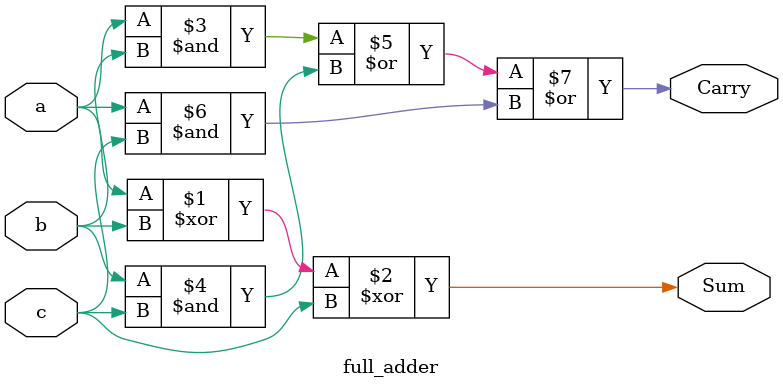
<source format=v>
module full_adder (
    input wire a,
    input wire b,      
    input wire c,       
    output wire Sum,    
    output wire Carry   
);

    assign Sum = a ^ b ^ c; 
    assign Carry = (a & b) | (b & c) | (a & c); 

endmodule

</source>
